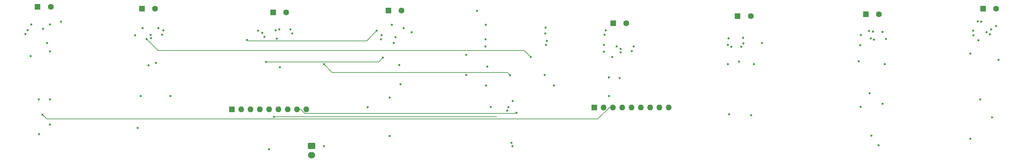
<source format=gbr>
%TF.GenerationSoftware,KiCad,Pcbnew,8.0.8*%
%TF.CreationDate,2025-05-04T20:59:53-05:00*%
%TF.ProjectId,Feedback_sleeve,46656564-6261-4636-9b5f-736c65657665,rev?*%
%TF.SameCoordinates,Original*%
%TF.FileFunction,Copper,L3,Inr*%
%TF.FilePolarity,Positive*%
%FSLAX46Y46*%
G04 Gerber Fmt 4.6, Leading zero omitted, Abs format (unit mm)*
G04 Created by KiCad (PCBNEW 8.0.8) date 2025-05-04 20:59:53*
%MOMM*%
%LPD*%
G01*
G04 APERTURE LIST*
G04 Aperture macros list*
%AMRoundRect*
0 Rectangle with rounded corners*
0 $1 Rounding radius*
0 $2 $3 $4 $5 $6 $7 $8 $9 X,Y pos of 4 corners*
0 Add a 4 corners polygon primitive as box body*
4,1,4,$2,$3,$4,$5,$6,$7,$8,$9,$2,$3,0*
0 Add four circle primitives for the rounded corners*
1,1,$1+$1,$2,$3*
1,1,$1+$1,$4,$5*
1,1,$1+$1,$6,$7*
1,1,$1+$1,$8,$9*
0 Add four rect primitives between the rounded corners*
20,1,$1+$1,$2,$3,$4,$5,0*
20,1,$1+$1,$4,$5,$6,$7,0*
20,1,$1+$1,$6,$7,$8,$9,0*
20,1,$1+$1,$8,$9,$2,$3,0*%
G04 Aperture macros list end*
%TA.AperFunction,ComponentPad*%
%ADD10RoundRect,0.250000X-0.550000X-0.550000X0.550000X-0.550000X0.550000X0.550000X-0.550000X0.550000X0*%
%TD*%
%TA.AperFunction,ComponentPad*%
%ADD11C,1.600000*%
%TD*%
%TA.AperFunction,ComponentPad*%
%ADD12R,1.600000X1.600000*%
%TD*%
%TA.AperFunction,ComponentPad*%
%ADD13O,1.600000X1.600000*%
%TD*%
%TA.AperFunction,ComponentPad*%
%ADD14RoundRect,0.250000X-0.750000X0.600000X-0.750000X-0.600000X0.750000X-0.600000X0.750000X0.600000X0*%
%TD*%
%TA.AperFunction,ComponentPad*%
%ADD15O,2.000000X1.700000*%
%TD*%
%TA.AperFunction,ViaPad*%
%ADD16C,0.600000*%
%TD*%
%TA.AperFunction,Conductor*%
%ADD17C,0.200000*%
%TD*%
G04 APERTURE END LIST*
D10*
%TO.N,Net-(J7-Pin_1)*%
%TO.C,J7*%
X242900000Y-17500000D03*
D11*
%TO.N,Net-(J7-Pin_2)*%
X246500000Y-17500000D03*
%TD*%
D10*
%TO.N,Net-(J8-Pin_1)*%
%TO.C,J8*%
X274900000Y-16000000D03*
D11*
%TO.N,Net-(J8-Pin_2)*%
X278500000Y-16000000D03*
%TD*%
D10*
%TO.N,Net-(J2-Pin_1)*%
%TO.C,J2*%
X45200000Y-16000000D03*
D11*
%TO.N,Net-(J2-Pin_2)*%
X48800000Y-16000000D03*
%TD*%
D10*
%TO.N,Net-(J6-Pin_1)*%
%TO.C,J6*%
X207900000Y-18000000D03*
D11*
%TO.N,Net-(J6-Pin_2)*%
X211500000Y-18000000D03*
%TD*%
D10*
%TO.N,Net-(J3-Pin_1)*%
%TO.C,J3*%
X81000000Y-17000000D03*
D11*
%TO.N,Net-(J3-Pin_2)*%
X84600000Y-17000000D03*
%TD*%
D12*
%TO.N,Net-(RN1-common)*%
%TO.C,RN2*%
X69760000Y-43500000D03*
D13*
%TO.N,Net-(RN2-R1)*%
X72300000Y-43500000D03*
%TO.N,Net-(RN2-R2)*%
X74840000Y-43500000D03*
%TO.N,Net-(RN2-R3)*%
X77380000Y-43500000D03*
%TO.N,Net-(RN2-R4)*%
X79920000Y-43500000D03*
%TO.N,Net-(RN2-R5)*%
X82460000Y-43500000D03*
%TO.N,Net-(RN2-R6)*%
X85000000Y-43500000D03*
%TO.N,Net-(RN2-R7)*%
X87540000Y-43500000D03*
%TO.N,Net-(RN2-R8)*%
X90080000Y-43500000D03*
%TD*%
D14*
%TO.N,Net-(J9-Pin_1)*%
%TO.C,J9*%
X91500000Y-53500000D03*
D15*
%TO.N,Net-(J9-Pin_2)*%
X91500000Y-56000000D03*
%TD*%
D10*
%TO.N,Net-(J4-Pin_1)*%
%TO.C,J4*%
X112500000Y-16500000D03*
D11*
%TO.N,Net-(J4-Pin_2)*%
X116100000Y-16500000D03*
%TD*%
D12*
%TO.N,Net-(RN1-common)*%
%TO.C,RN1*%
X168760000Y-43000000D03*
D13*
%TO.N,Net-(RN1-R1)*%
X171300000Y-43000000D03*
%TO.N,Net-(RN1-R2)*%
X173840000Y-43000000D03*
%TO.N,Net-(RN1-R3)*%
X176380000Y-43000000D03*
%TO.N,Net-(RN1-R4)*%
X178920000Y-43000000D03*
%TO.N,Net-(RN1-R5)*%
X181460000Y-43000000D03*
%TO.N,Net-(RN1-R6)*%
X184000000Y-43000000D03*
%TO.N,Net-(RN1-R7)*%
X186540000Y-43000000D03*
%TO.N,Net-(RN1-R8)*%
X189080000Y-43000000D03*
%TD*%
D10*
%TO.N,Net-(J1-Pin_1)*%
%TO.C,J1*%
X16700000Y-15500000D03*
D11*
%TO.N,Net-(J1-Pin_2)*%
X20300000Y-15500000D03*
%TD*%
D10*
%TO.N,Net-(J5-Pin_1)*%
%TO.C,J5*%
X173900000Y-20000000D03*
D11*
%TO.N,Net-(J5-Pin_2)*%
X177500000Y-20000000D03*
%TD*%
D16*
%TO.N,Net-(U1-GND)*%
X17095500Y-50321100D03*
X171377100Y-27752000D03*
X205594700Y-44905300D03*
X14834800Y-28967500D03*
X179017600Y-27617400D03*
X47589500Y-23225400D03*
X110467800Y-24348000D03*
X172682700Y-34819700D03*
X112842700Y-40329300D03*
X208245400Y-30467500D03*
X50728400Y-23100000D03*
X209432800Y-25440000D03*
X272252400Y-23280900D03*
X171566300Y-23086900D03*
X79067000Y-30518700D03*
X46961400Y-31470500D03*
X244401700Y-50745200D03*
X243947400Y-39076400D03*
X44866000Y-39904100D03*
X17001400Y-40829300D03*
X240951400Y-30411500D03*
X274157400Y-40829300D03*
X78663200Y-23693200D03*
X271418700Y-28282100D03*
X110979400Y-29408200D03*
X155457500Y-21133100D03*
X13395100Y-22941500D03*
X214570700Y-25376200D03*
X245123800Y-24500000D03*
%TO.N,Net-(U2-REG)*%
X274410700Y-19564400D03*
X279125700Y-29974700D03*
%TO.N,Net-(U4-REG)*%
X175674700Y-34923400D03*
%TO.N,Net-(U5-REG)*%
X113469400Y-20366500D03*
X115453800Y-31382200D03*
%TO.N,Net-(U10-REG)*%
X45411400Y-21344600D03*
X49065500Y-30811900D03*
%TO.N,Net-(U6-REG)*%
X15016300Y-20335300D03*
X20090700Y-47685200D03*
%TO.N,Net-(U9-REG)*%
X76938700Y-22008700D03*
X82922700Y-31970500D03*
%TO.N,Net-(U7-REG)*%
X243781600Y-22118400D03*
X246384400Y-53336900D03*
%TO.N,Net-(J1-Pin_1)*%
X19292700Y-25376200D03*
%TO.N,Net-(J1-Pin_2)*%
X23082700Y-19564400D03*
%TO.N,Net-(J2-Pin_2)*%
X51017600Y-21908700D03*
%TO.N,Net-(J2-Pin_1)*%
X47668900Y-24070700D03*
%TO.N,Net-(J3-Pin_2)*%
X85786700Y-21656900D03*
%TO.N,Net-(J3-Pin_1)*%
X86280400Y-22742700D03*
%TO.N,Net-(J4-Pin_1)*%
X114461700Y-23761600D03*
%TO.N,Net-(J4-Pin_2)*%
X118886400Y-22470300D03*
%TO.N,Net-(J5-Pin_2)*%
X179457200Y-26300300D03*
%TO.N,Net-(J5-Pin_1)*%
X175926200Y-27900000D03*
%TO.N,Net-(J6-Pin_1)*%
X208896100Y-26420700D03*
%TO.N,Net-(J7-Pin_1)*%
X248395400Y-24250000D03*
%TO.N,Net-(J7-Pin_2)*%
X244868400Y-22227600D03*
%TO.N,Net-(J8-Pin_1)*%
X276779600Y-23010400D03*
%TO.N,Net-(J8-Pin_2)*%
X277122500Y-21666800D03*
%TO.N,Net-(J9-Pin_1)*%
X145754700Y-34211000D03*
X94890700Y-31188000D03*
%TO.N,Net-(U1-PC01_A1_D1)*%
X173685700Y-29242000D03*
X171845900Y-21950500D03*
X139125100Y-20375000D03*
%TO.N,Net-(U1-PC05_A5_D5_SCL)*%
X139557100Y-31818900D03*
%TO.N,Net-(U1-PA03_A8_D8_SCK)*%
X82011000Y-24176200D03*
%TO.N,Net-(U1-PC00_A0_D0)*%
X273512700Y-19481600D03*
X273612700Y-24641500D03*
X136778700Y-16617400D03*
%TO.N,Net-(U1-PC06_A6_D6_TX)*%
X133786700Y-34093900D03*
X205249400Y-31188000D03*
X206170900Y-26416600D03*
%TO.N,Net-(U1-PC02_A2_D2)*%
X139058900Y-24413400D03*
X113954100Y-25376200D03*
%TO.N,Net-(U1-PA04_A9_D9_MISO)*%
X46445800Y-24270700D03*
X151344000Y-29168400D03*
%TO.N,Net-(U1-PC04_A4_D4_SDA)*%
X133786700Y-28647700D03*
%TO.N,Net-(U1-PC07_A7_D7_RX)*%
X155190200Y-34138800D03*
%TO.N,Net-(U1-PC03_A3_D3)*%
X139058900Y-26342800D03*
X241421900Y-25985700D03*
%TO.N,Net-(RN1-common)*%
X139214400Y-36999800D03*
X247484100Y-22339600D03*
X157739200Y-36999800D03*
X20092300Y-40829300D03*
X20090700Y-27682400D03*
X116668800Y-21334700D03*
X53002700Y-39905700D03*
X115830300Y-36619000D03*
X82695300Y-21708700D03*
X278429300Y-20774000D03*
X20090700Y-20330100D03*
X248039400Y-31188000D03*
X247482700Y-41982700D03*
X212337400Y-31188000D03*
X211578700Y-45078700D03*
X175924200Y-26989200D03*
X49716200Y-21330200D03*
X155381200Y-22754500D03*
X209417200Y-23983900D03*
%TO.N,Net-(RN1-R6)*%
X81279700Y-45523400D03*
X81692800Y-21917300D03*
%TO.N,Net-(RN1-R7)*%
X205374400Y-24104900D03*
%TO.N,Net-(RN1-R2)*%
X18070000Y-44981300D03*
X18194400Y-21458700D03*
%TO.N,Net-(RN1-R8)*%
X205233400Y-25927500D03*
%TO.N,Net-(RN1-R5)*%
X78041100Y-22633100D03*
X79930700Y-54435200D03*
%TO.N,Net-(RN1-R3)*%
X43340400Y-23250000D03*
X44026700Y-48623400D03*
%TO.N,Net-(RN1-R1)*%
X13996600Y-21818200D03*
X145314800Y-42912200D03*
%TO.N,Net-(RN1-R4)*%
X144991400Y-43836400D03*
%TO.N,Net-(RN2-R5)*%
X277402700Y-45717500D03*
X275844500Y-22470700D03*
%TO.N,Net-(RN2-R6)*%
X146389300Y-53624600D03*
X272168000Y-21999100D03*
X94871000Y-53624600D03*
X271418700Y-51529300D03*
%TO.N,Net-(RN2-R7)*%
X155792100Y-24795800D03*
X147504600Y-44475500D03*
X244286900Y-24161600D03*
%TO.N,Net-(RN2-R4)*%
X146160000Y-52645400D03*
X171326500Y-25862500D03*
X155558000Y-25896600D03*
%TO.N,Net-(RN2-R8)*%
X241531400Y-23154400D03*
X241498700Y-42811600D03*
%TO.N,Net-(RN2-R2)*%
X140461900Y-42812200D03*
X106858700Y-42942100D03*
X110618800Y-23261600D03*
%TO.N,Net-(RN2-R3)*%
X172682700Y-39905700D03*
X174878000Y-26284700D03*
X146470800Y-41259900D03*
%TO.N,Net-(RN2-R1)*%
X73946700Y-24529200D03*
X112842700Y-50827800D03*
X109318900Y-22028000D03*
%TD*%
D17*
%TO.N,Net-(U1-GND)*%
X110979400Y-29408200D02*
X109868900Y-30518700D01*
X109868900Y-30518700D02*
X79067000Y-30518700D01*
%TO.N,Net-(J9-Pin_1)*%
X145754700Y-34211000D02*
X144994300Y-33450600D01*
X144994300Y-33450600D02*
X97153300Y-33450600D01*
X97153300Y-33450600D02*
X94890700Y-31188000D01*
%TO.N,Net-(U1-PA04_A9_D9_MISO)*%
X46445800Y-24270700D02*
X49635500Y-27460400D01*
X149636000Y-27460400D02*
X151344000Y-29168400D01*
X49635500Y-27460400D02*
X149636000Y-27460400D01*
%TO.N,Net-(RN1-R6)*%
X81279700Y-45523400D02*
X142041700Y-45523400D01*
X142041700Y-45523400D02*
X142112800Y-45452300D01*
%TO.N,Net-(RN1-R2)*%
X19258100Y-46169400D02*
X169706600Y-46169400D01*
X172738300Y-43137700D02*
X172738300Y-43000000D01*
X173840000Y-43000000D02*
X172738300Y-43000000D01*
X169706600Y-46169400D02*
X172738300Y-43137700D01*
X18070000Y-44981300D02*
X19258100Y-46169400D01*
%TO.N,Net-(RN2-R7)*%
X89651900Y-44647900D02*
X147332200Y-44647900D01*
X88641700Y-43637700D02*
X89651900Y-44647900D01*
X88641700Y-43500000D02*
X88641700Y-43637700D01*
X147332200Y-44647900D02*
X147504600Y-44475500D01*
X87540000Y-43500000D02*
X88641700Y-43500000D01*
%TO.N,Net-(RN2-R1)*%
X73946700Y-24529200D02*
X74195400Y-24777900D01*
X74195400Y-24777900D02*
X106569000Y-24777900D01*
X106569000Y-24777900D02*
X109318900Y-22028000D01*
%TD*%
M02*

</source>
